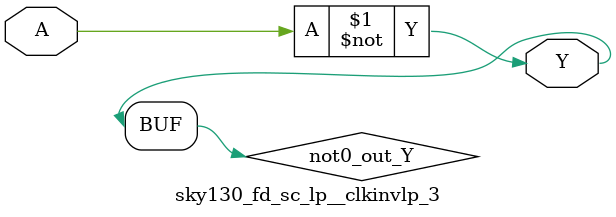
<source format=v>
module sky130_fd_sc_lp__clkinvlp_3 (
    Y,
    A
);
    output Y;
    input  A;
    wire not0_out_Y;
    not not0 (not0_out_Y, A              );
    buf buf0 (Y         , not0_out_Y     );
endmodule
</source>
